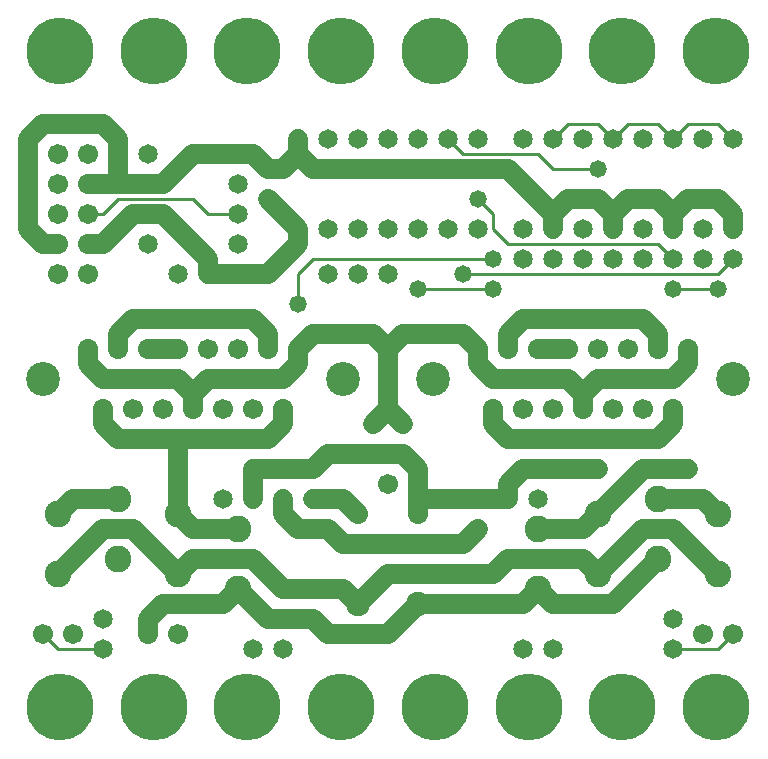
<source format=gbl>
%MOIN*%
%FSLAX25Y25*%
G04 D10 used for Character Trace; *
G04     Circle (OD=.01000) (No hole)*
G04 D11 used for Power Trace; *
G04     Circle (OD=.06500) (No hole)*
G04 D12 used for Signal Trace; *
G04     Circle (OD=.01100) (No hole)*
G04 D13 used for Via; *
G04     Circle (OD=.05800) (Round. Hole ID=.02800)*
G04 D14 used for Component hole; *
G04     Circle (OD=.06500) (Round. Hole ID=.03500)*
G04 D15 used for Component hole; *
G04     Circle (OD=.06700) (Round. Hole ID=.04300)*
G04 D16 used for Component hole; *
G04     Circle (OD=.08100) (Round. Hole ID=.05100)*
G04 D17 used for Component hole; *
G04     Circle (OD=.08900) (Round. Hole ID=.05900)*
G04 D18 used for Component hole; *
G04     Circle (OD=.11300) (Round. Hole ID=.08300)*
G04 D19 used for Component hole; *
G04     Circle (OD=.16000) (Round. Hole ID=.13000)*
G04 D20 used for Component hole; *
G04     Circle (OD=.18300) (Round. Hole ID=.15300)*
G04 D21 used for Component hole; *
G04     Circle (OD=.22291) (Round. Hole ID=.19291)*
%ADD10C,.01000*%
%ADD11C,.06500*%
%ADD12C,.01100*%
%ADD13C,.05800*%
%ADD14C,.06500*%
%ADD15C,.06700*%
%ADD16C,.08100*%
%ADD17C,.08900*%
%ADD18C,.11300*%
%ADD19C,.16000*%
%ADD20C,.18300*%
%ADD21C,.22291*%
%IPPOS*%
%LPD*%
G90*X0Y0D02*D21*X15625Y15625D03*D14*              
X30000Y35000D03*D12*X15000D01*X10000Y40000D01*D15*
D03*X20000D03*D17*X15000Y60000D03*D11*            
X30000Y75000D01*X40000D01*X55000Y60000D01*D17*D03*
D11*X60000Y65000D01*X80000D01*X90000Y55000D01*    
X110000D01*X115000Y50000D01*D16*D03*D11*          
X125000Y60000D01*X160000D01*X165000Y65000D01*     
X190000D01*X195000Y60000D01*D17*D03*D11*          
X210000Y75000D01*X220000D01*X235000Y60000D01*D17* 
D03*D14*X220000Y45000D03*D17*X215000Y65000D03*D11*
X200000Y50000D01*X180000D01*X175000Y55000D01*D17* 
D03*D11*X170000Y50000D01*X135000D01*D16*D03*D11*  
X125000Y40000D01*X105000D01*X100000Y45000D01*     
X85000D01*X75000Y55000D01*D17*D03*D11*            
X70000Y50000D01*X50000D01*X45000Y45000D01*        
Y40000D01*D15*D03*X55000D03*D14*X30000Y45000D03*  
D21*X46875Y15625D03*D17*X35000Y65000D03*          
X75000Y75000D03*D11*X60000D01*X55000Y80000D01*D17*
D03*D11*Y105000D01*X35000D01*X30000Y110000D01*    
Y115000D01*D15*D03*X40000D03*D11*X30000Y125000D02*
X55000D01*X60000Y120000D01*Y115000D01*D15*D03*D11*
Y120000D02*X65000Y125000D01*X90000D01*            
X95000Y130000D01*Y135000D01*D15*D03*D11*          
X100000Y140000D01*X120000D01*X125000Y135000D01*   
Y115000D01*X120000Y110000D01*D14*D03*D11*         
X130000D02*X125000Y115000D01*D14*                 
X130000Y110000D03*X120000Y100000D03*D11*          
X105000D01*X100000Y95000D01*X80000D01*D13*D03*D11*
Y85000D01*D14*D03*D11*X95000Y75000D02*            
X90000Y80000D01*X95000Y75000D02*X105000D01*       
X110000Y70000D01*X125000D01*D13*D03*D11*          
X150000D01*X155000Y75000D01*D14*D03*              
X165000Y85000D03*D11*X155000D01*D14*D03*D11*      
X135000D01*Y80000D01*D15*D03*D11*Y85000D02*       
Y95000D01*X130000Y100000D01*D14*D03*D11*          
X120000D01*D15*X125000Y90000D03*D11*              
X115000Y80000D02*X110000Y85000D01*D15*            
X115000Y80000D03*D11*X100000Y85000D02*X110000D01* 
D14*X100000D03*X90000D03*D11*Y80000D01*D14*       
X70000Y85000D03*D11*X55000Y105000D02*X85000D01*   
D15*X50000Y115000D03*X70000D03*D17*               
X35000Y85000D03*D11*X20000D01*X15000Y80000D01*D17*
D03*D11*X30000Y125000D02*X25000Y130000D01*        
Y135000D01*D15*D03*X35000D03*D11*Y140000D01*      
X40000Y145000D01*X80000D01*X85000Y140000D01*      
Y135000D01*D15*D03*X75000D03*D13*X95000Y150000D03*
D12*Y160000D01*X100000Y165000D01*X160000D01*D13*  
D03*D12*X165000Y170000D02*X215000D01*             
X220000Y165000D01*D14*D03*X230000Y175000D03*      
X210000D03*X230000Y165000D03*X220000Y175000D03*   
D11*Y180000D01*X225000Y185000D01*X235000D01*      
X240000Y180000D01*Y175000D01*D14*D03*Y165000D03*  
D12*X235000Y160000D01*X150000D01*D13*D03*         
X160000Y155000D03*D12*X135000D01*D13*D03*D14*     
X125000Y160000D03*D11*X155000Y135000D02*          
X150000Y140000D01*D15*X155000Y135000D03*D11*      
Y130000D01*X160000Y125000D01*X185000D01*          
X190000Y120000D01*Y115000D01*D15*D03*D11*         
Y120000D02*X195000Y125000D01*X220000D01*          
X225000Y130000D01*Y135000D01*D15*D03*D11*         
X215000D02*Y140000D01*D15*Y135000D03*D11*         
Y140000D02*X210000Y145000D01*X170000D01*          
X165000Y140000D01*Y135000D01*D15*D03*X175000D03*  
D11*X185000D01*D15*D03*X195000D03*                
X170000Y115000D03*X180000D03*X205000Y135000D03*   
X200000Y115000D03*D11*X165000Y105000D02*          
X160000Y110000D01*X165000Y105000D02*X215000D01*   
X220000Y110000D01*Y115000D01*D15*D03*X210000D03*  
D11*X195000Y80000D02*X210000Y95000D01*D17*        
X195000Y80000D03*D11*X190000Y75000D01*X175000D01* 
D17*D03*D11*X165000Y85000D02*Y90000D01*           
X170000Y95000D01*X195000D01*D13*D03*D11*          
X210000D02*X225000D01*D13*D03*D17*                
X215000Y85000D03*D11*X230000D01*X235000Y80000D01* 
D17*D03*D15*X230000Y40000D03*X240000D03*D12*      
X235000Y35000D01*X220000D01*D14*D03*D21*          
X203125Y15625D03*X234375D03*D14*X180000Y35000D03* 
X170000D03*D21*X171875Y15625D03*D14*              
X175000Y85000D03*D11*X160000Y110000D02*Y115000D01*
D15*D03*D18*X140000Y125000D03*D11*                
X130000Y140000D02*X150000D01*X125000Y135000D02*   
X130000Y140000D01*D18*X110000Y125000D03*D14*      
X115000Y160000D03*X105000D03*D15*X90000Y115000D03*
D11*Y110000D01*X85000Y105000D01*D15*              
X80000Y115000D03*X55000Y135000D03*D11*X45000D01*  
D15*D03*X65000D03*D14*Y160000D03*D11*X85000D01*   
X95000Y170000D01*Y175000D01*D14*D03*D11*          
X85000Y185000D01*D14*D03*D11*Y195000D02*X90000D01*
D14*X85000D03*D11*X80000Y200000D01*X75000D01*D14* 
D03*D11*X60000D01*X50000Y190000D01*X45000D01*D14* 
D03*D11*X35000D01*X25000D01*D15*D03*              
X15000Y200000D03*Y180000D03*D12*X30000D02*        
X35000Y185000D01*X25000Y180000D02*X30000D01*D15*  
X25000D03*D11*X35000Y190000D02*Y205000D01*        
X30000Y210000D01*X10000D01*X5000Y205000D01*       
Y175000D01*X10000Y170000D01*X15000D01*D15*D03*    
X25000Y160000D03*Y170000D03*D11*X30000D01*        
X40000Y180000D01*X45000D01*D14*D03*D11*X50000D01* 
X65000Y165000D01*Y160000D01*D14*X75000Y170000D03* 
X55000Y160000D03*X75000Y180000D03*D12*X65000D01*  
X60000Y185000D01*X35000D01*D14*X45000Y200000D03*  
D15*X25000D03*D14*X45000Y170000D03*D15*           
X15000Y190000D03*Y160000D03*D14*X75000Y190000D03* 
D21*X78125Y234375D03*X46875D03*X15625D03*D11*     
X90000Y195000D02*X95000Y200000D01*                
X100000Y195000D01*X165000D01*X180000Y180000D01*   
Y175000D01*D14*D03*D11*Y180000D02*                
X185000Y185000D01*X195000D01*X200000Y180000D01*   
Y175000D01*D14*D03*D11*Y180000D02*                
X205000Y185000D01*X215000D01*X220000Y180000D01*   
D14*X210000Y165000D03*X200000D03*                 
X240000Y205000D03*D12*X235000Y210000D01*          
X225000D01*X220000Y205000D01*D14*D03*D12*         
X215000Y210000D01*X205000D01*X200000Y205000D01*   
D14*D03*D12*X195000Y210000D01*X185000D01*         
X180000Y205000D01*D14*D03*D12*Y195000D02*         
X175000Y200000D01*X180000Y195000D02*X195000D01*   
D13*D03*D14*X190000Y205000D03*X210000D03*D12*     
X150000Y200000D02*X175000D01*X150000D02*          
X145000Y205000D01*D14*D03*X155000D03*X135000D03*  
X125000D03*D13*X155000Y185000D03*D12*             
X160000Y180000D01*Y175000D01*X165000Y170000D01*   
D14*X170000Y165000D03*Y175000D03*X155000D03*      
X180000Y165000D03*X145000Y175000D03*              
X190000Y165000D03*Y175000D03*X135000D03*          
X170000Y205000D03*X125000Y175000D03*              
X115000Y205000D03*Y175000D03*D13*                 
X220000Y155000D03*D12*X235000D01*D13*D03*D18*     
X240000Y125000D03*D14*X230000Y205000D03*D21*      
X234375Y234375D03*X203125D03*X171875D03*          
X140625D03*X109375D03*D14*X105000Y205000D03*      
Y175000D03*D21*X109375Y15625D03*X140625D03*D14*   
X95000Y205000D03*D11*Y200000D01*D18*              
X10000Y125000D03*D14*X80000Y35000D03*X90000D03*   
D21*X78125Y15625D03*M02*                          

</source>
